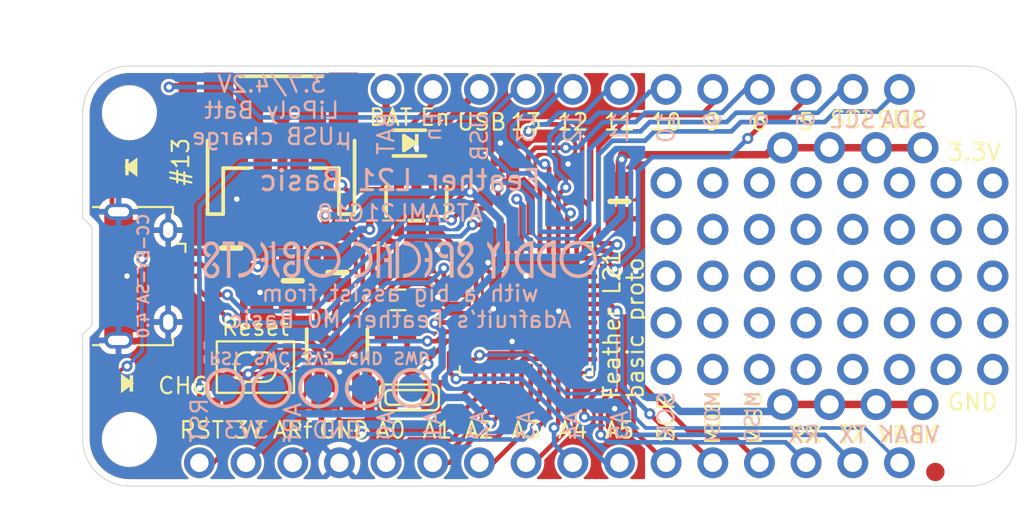
<source format=kicad_pcb>
(kicad_pcb (version 20211014) (generator pcbnew)
  (layers (0 "F.Cu" signal) (31 "B.Cu" signal) (34 "B.Paste" user) (35 "F.Paste" user) (36 "B.SilkS" user "B.Silkscreen") (37 "F.SilkS" user "F.Silkscreen") (38 "B.Mask" user) (39 "F.Mask" user) (44 "Edge.Cuts" user))
  (net 0 "")
  (net 1 "GND")
  (net 2 "+3V3")
  (net 3 "VBUS")
  (net 4 "VBAT")
  (net 5 "/TX")
  (net 6 "/RX")
  (net 7 "/MISO")
  (net 8 "/MOSI")
  (net 9 "/SCK")
  (net 10 "/A5")
  (net 11 "/A4")
  (net 12 "/A3")
  (net 13 "/A2")
  (net 14 "/A1")
  (net 15 "/A0")
  (net 16 "/AREF")
  (net 17 "/~{RESET}")
  (net 18 "/EN")
  (net 19 "/D13")
  (net 20 "/D12")
  (net 21 "/D11")
  (net 22 "/D10")
  (net 23 "/D9")
  (net 24 "/D6")
  (net 25 "/D5")
  (net 26 "/SCL")
  (net 27 "/SDA")
  (net 28 "/XIN32")
  (net 29 "/XOUT32")
  (net 30 "/SWCLK")
  (net 31 "/SWDIO")
  (net 32 "/STAT")
  (net 33 "/PROG")
  (net 37 "/D-")
  (net 38 "/D+")
  (net 85 "/VDDCORE")
  (net 86 "/VSW")
  (net 88 "/XTRA")
  (net 90 "/CHG")
  (net 91 "/LED")
  (footprint "Adafruit Feather M0 Basic rev C:0603-NO" (layer "F.Cu") (at 129.921 84.836 90)
    (fp_text reference "R1" hide)
    (fp_text value "100k")
  )
  (footprint "Adafruit Feather M0 Basic rev C:KMR2" (layer "F.Cu") (at 123.698 94.488 180)
    (fp_text reference "SW1" hide)
    (fp_text value "SPST_TACT-KMR2" hide)
  )
  (footprint "MountingHole:MountingHole_2.7mm_M2.5" (layer "F.Cu") (at 162.56 80.645)
    (fp_text reference "REF**" hide)
    (fp_text value "MountingHole_2.7mm_M2.5" hide)
  )
  (footprint "Package_DFN_QFN:QFN-48-1EP_7x7mm_P0.5mm_EP5.15x5.15mm" (layer "F.Cu") (at 138.43 91.313 90)
    (fp_text reference "U1" hide)
    (fp_text value "ATSAML21G18B-MUT" hide)
  )
  (footprint "Adafruit Feather M0 Basic rev C:0603-NO" (layer "F.Cu") (at 130.683 93.472 90)
    (fp_text reference "C4" hide)
    (fp_text value "22pF")
  )
  (footprint "Connector_PinHeader_2.54mm:PinHeader_1x04_P2.54mm_Vertical" (layer "F.Cu") (at 160.02 96.52 -90)
    (fp_text reference "J2" hide)
    (fp_text value "Conn_01x04" hide)
  )
  (footprint "Adafruit Feather M0 Basic rev C:0603-NO" (layer "F.Cu") (at 120.015 80.01 -90)
    (fp_text reference "R7" hide)
    (fp_text value "2.2K")
  )
  (footprint "Adafruit Feather M0 Basic rev C:0603-NO" (layer "F.Cu") (at 131.953 93.472 90)
    (fp_text reference "C2" hide)
    (fp_text value "22pF")
  )
  (footprint "Connector_USB:USB_Micro-B_Amphenol_10118194_Horizontal" (layer "F.Cu") (at 117.5504 89.535 -90)
    (fp_text reference "J8" hide)
    (fp_text value "USB_B_Micro")
  )
  (footprint "Adafruit Feather M0 Basic rev C:SOT23-5" (layer "F.Cu") (at 128.143 93.218 180)
    (fp_text reference "U3" hide)
    (fp_text value "MCP73831T-2ACI/OT")
  )
  (footprint "Adafruit Feather M0 Basic rev C:CHIPLED_0805_NOOUTLINE" (layer "F.Cu") (at 116.945 83.606 90)
    (fp_text reference "L0" hide)
    (fp_text value "RED")
  )
  (footprint "MountingHole:MountingHole_2.7mm_M2.5" (layer "F.Cu") (at 116.84 80.645)
    (fp_text reference "REF**" hide)
    (fp_text value "MountingHole_2.7mm_M2.5" hide)
  )
  (footprint "Adafruit Feather M0 Basic rev C:0603-NO" (layer "F.Cu") (at 120.396 96.647)
    (fp_text reference "R2" hide)
    (fp_text value "1K")
  )
  (footprint "Adafruit Feather M0 Basic rev C:1X12_ROUND" (layer "F.Cu") (at 144.78 79.375)
    (fp_text reference "JP3" hide)
    (fp_text value "HEADER-1X12")
  )
  (footprint "Fiducial:Fiducial_1mm_Mask2mm" (layer "F.Cu") (at 160.7022 100.196)
    (fp_text reference "REF**" hide)
    (fp_text value "Fiducial_1mm_Mask2mm" hide)
  )
  (footprint "Connector_PinHeader_2.54mm:PinHeader_1x08_P2.54mm_Vertical" (layer "F.Cu") (at 163.83 86.995 -90)
    (fp_text reference "J4" hide)
    (fp_text value "Conn_01x08" hide)
  )
  (footprint "Adafruit Feather M0 Basic rev C:0603-NO" (layer "F.Cu") (at 131.3688 88.4428)
    (fp_text reference "C1" hide)
    (fp_text value "1uF")
  )
  (footprint "Adafruit Feather M0 Basic rev C:CHIPLED_0805_NOOUTLINE" (layer "F.Cu") (at 116.713 95.377 -90)
    (fp_text reference "CHG0" hide)
    (fp_text value "ORANGE")
  )
  (footprint "Adafruit Feather M0 Basic rev C:0805-NO" (layer "F.Cu") (at 143.51 85.471 -90)
    (fp_text reference "C5" hide)
    (fp_text value "10uF")
  )
  (footprint "Connector_PinHeader_2.54mm:PinHeader_1x04_P2.54mm_Vertical" (layer "F.Cu") (at 160.02 82.55 -90)
    (fp_text reference "J1" hide)
    (fp_text value "Conn_01x04" hide)
  )
  (footprint "Adafruit Feather M0 Basic rev C:0805-NO" (layer "F.Cu") (at 125.73 89.789 -90)
    (fp_text reference "C3" hide)
    (fp_text value "10µF")
  )
  (footprint "Adafruit Feather M0 Basic rev C:0603-NO" (layer "F.Cu") (at 136.652 83.4136)
    (fp_text reference "C7" hide)
    (fp_text value "1uF")
  )
  (footprint "MountingHole:MountingHole_2.7mm_M2.5" (layer "F.Cu") (at 116.84 98.425)
    (fp_text reference "REF**" hide)
    (fp_text value "MountingHole_2.7mm_M2.5" hide)
  )
  (footprint "Fiducial:Fiducial_1mm_Mask2mm" (layer "F.Cu") (at 125.095 80.899)
    (fp_text reference "REF**" hide)
    (fp_text value "Fiducial_1mm_Mask2mm" hide)
  )
  (footprint "Connector_PinHeader_2.54mm:PinHeader_1x08_P2.54mm_Vertical" (layer "F.Cu") (at 163.83 84.455 -90)
    (fp_text reference "J3" hide)
    (fp_text value "Conn_01x08" hide)
  )
  (footprint "Adafruit Feather M0 Basic rev C:XTAL3215" (layer "F.Cu") (at 132.08 96.139)
    (fp_text reference "X2" hide)
    (fp_text value "32.768")
  )
  (footprint "Adafruit Feather M0 Basic rev C:JSTPH2" (layer "F.Cu") (at 125.095 81.661)
    (fp_text reference "X1" hide)
    (fp_text value "JSTPH")
  )
  (footprint "Adafruit Feather M0 Basic rev C:SOT23-5" (layer "F.Cu") (at 132.461 85.471 180)
    (fp_text reference "U2" hide)
    (fp_text value "XC6220B331MR-G")
  )
  (footprint "Adafruit Feather M0 Basic rev C:1X16_ROUND" (layer "F.Cu") (at 139.7 99.695 180)
    (fp_text reference "JP1" hide)
    (fp_text value "HEADER-1X16ROUND")
  )
  (footprint "Adafruit Feather M0 Basic rev C:0603-NO" (layer "F.Cu") (at 128.143 96.647 180)
    (fp_text reference "R8" hide)
    (fp_text value "10K")
  )
  (footprint "MountingHole:MountingHole_2.7mm_M2.5" (layer "F.Cu") (at 162.56 98.425)
    (fp_text reference "REF**" hide)
    (fp_text value "MountingHole_2.7mm_M2.5" hide)
  )
  (footprint "Adafruit Feather M0 Basic rev C:0805-NO" (layer "F.Cu") (at 128.158 89.341 -90)
    (fp_text reference "C8" hide)
    (fp_text value "10µF")
  )
  (footprint "Connector_PinHeader_2.54mm:PinHeader_1x08_P2.54mm_Vertical" (layer "F.Cu") (at 163.83 92.075 -90)
    (fp_text reference "J6" hide)
    (fp_text value "Conn_01x08" hide)
  )
  (footprint "Adafruit Feather M0 Basic rev C:SOD-123" (layer "F.Cu") (at 132.08 82.296 180)
    (fp_text reference "D1" hide)
    (fp_text value "MBR120")
  )
  (footprint "Inductor_SMD:L_0805_2012Metric" (layer "F.Cu") (at 131.4704 90.8304 180)
    (fp_text reference "L1" hide)
    (fp_text value "10µH")
  )
  (footprint "Adafruit Feather M0 Basic rev C:0805-NO" (layer "F.Cu") (at 122.388 88.006 90)
    (fp_text reference "C6" hide)
    (fp_text value "10µF")
  )
  (footprint "Connector_PinHeader_2.54mm:PinHeader_1x08_P2.54mm_Vertical" (layer "F.Cu") (at 163.83 94.615 -90)
    (fp_text reference "J7" hide)
    (fp_text value "Conn_01x08" hide)
  )
  (footprint "Connector_PinHeader_2.54mm:PinHeader_1x08_P2.54mm_Vertical" (layer "F.Cu") (at 163.83 89.535 -90)
    (fp_text reference "J5" hide)
    (fp_text value "Conn_01x08" hide)
  )
  (footprint "Oddly_Specific_Artwork:oso-logotype-2mm" (layer "B.Cu") (at 131.572 88.646 180)
    (fp_text reference "G***" hide)
    (fp_text value "LOGO" hide)
  )
  (footprint "Adafruit Feather M0 Basic rev C:TESTPOINT_ROUND_1.5MM" (layer "B.Cu") (at 127.127 95.631 180)
    (fp_text reference "TP4" hide)
    (fp_text value "TESTPOINTROUND1.5MM" hide)
  )
  (footprint "Adafruit Feather M0 Basic rev C:TESTPOINT_ROUND_1.5MM" (layer "B.Cu") (at 122.047 95.631 180)
    (fp_text reference "TP3" hide)
    (fp_text value "TESTPOINTROUND1.5MM" hide)
  )
  (footprint "Adafruit Feather M0 Basic rev C:TESTPOINT_ROUND_1.5MM" (layer "B.Cu") (at 129.667 95.631 180)
    (fp_text reference "TP5" hide)
    (fp_text value "TESTPOINTROUND1.5MM" hide)
  )
  (footprint "Adafruit Feather M0 Basic rev C:TESTPOINT_ROUND_1.5MM" (layer "B.Cu") (at 132.207 95.631 180)
    (fp_text reference "TP2" hide)
    (fp_text value "TESTPOINTROUND1.5MM" hide)
  )
  (footprint "Adafruit Feather M0 Basic rev C:TESTPOINT_ROUND_1.5MM" (layer "B.Cu") (at 124.587 95.631 180)
    (fp_text reference "TP1" hide)
    (fp_text value "TESTPOINTROUND1.5MM" hide)
  )
  (gr_line (start 116.84 100.965) (end 162.56 100.965) (layer "Edge.Cuts") (width 0.05))
  (gr_arc (start 162.56 78.105) (mid 164.356051 78.848949) (end 165.1 80.645) (layer "Edge.Cuts") (width 0.05))
  (gr_line (start 114.3 92.71) (end 114.3 98.425) (layer "Edge.Cuts") (width 0.05))
  (gr_arc (start 165.1 98.425) (mid 164.356051 100.221051) (end 162.56 100.965) (layer "Edge.Cuts") (width 0.05))
  (gr_line (start 114.808 86.868) (end 114.808 92.202) (layer "Edge.Cuts") (width 0.05))
  (gr_arc (start 114.3 80.645) (mid 115.043949 78.848949) (end 116.84 78.105) (layer "Edge.Cuts") (width 0.05))
  (gr_line (start 165.1 98.425) (end 165.1 80.645) (layer "Edge.Cuts") (width 0.05))
  (gr_arc (start 116.84 100.965) (mid 115.043949 100.221051) (end 114.3 98.425) (layer "Edge.Cuts") (width 0.05))
  (gr_line (start 114.808 92.202) (end 114.3 92.71) (layer "Edge.Cuts") (width 0.05))
  (gr_line (start 162.56 78.105) (end 116.84 78.105) (layer "Edge.Cuts") (width 0.05))
  (gr_line (start 114.3 80.645) (end 114.3 86.36) (layer "Edge.Cuts") (width 0.05))
  (gr_line (start 114.3 86.36) (end 114.808 86.868) (layer "Edge.Cuts") (width 0.05))
  (gr_text "10" (at 146.05 80.518 -270) (layer "B.SilkS") (effects (font (size 0.89408 0.89408) (thickness 0.12192)) (justify left mirror)))
  (gr_text "TX" (at 156.21 98.171) (layer "B.SilkS") (effects (font (size 0.89408 0.89408) (thickness 0.12192)) (justify mirror)))
  (gr_text "Feather L21 Basic" (at 131.572 84.328) (layer "B.SilkS") (effects (font (size 1.1049 1.1049) (thickness 0.1651)) (justify mirror)))
  (gr_text "13" (at 138.43 80.518 -270) (layer "B.SilkS") (effects (font (size 0.89408 0.89408) (thickness 0.12192)) (justify left mirror)))
  (gr_text "USB" (at 135.89 80.518 -270) (layer "B.SilkS") (effects (font (size 0.89408 0.89408) (thickness 0.12192)) (justify left mirror)))
  (gr_text "En" (at 133.35 80.518 -270) (layer "B.SilkS") (effects (font (size 0.89408 0.89408) (thickness 0.12192)) (justify left mirror)))
  (gr_text "GND" (at 128.143 97.917) (layer "B.SilkS") (effects (font (size 0.89408 0.89408) (thickness 0.12192)) (justify mirror)))
  (gr_text "SCK" (at 146.05 98.552 -270) (layer "B.SilkS") (effects (font (size 0.89408 0.89408) (thickness 0.12192)) (justify right mirror)))
  (gr_text "SDA" (at 159.004 81.026) (layer "B.SilkS") (effects (font (size 0.89408 0.89408) (thickness 0.12192)) (justify mirror)))
  (gr_text "RX" (at 153.543 98.171) (layer "B.SilkS") (effects (font (size 0.89408 0.89408) (thickness 0.12192)) (justify mirror)))
  (gr_text "SCL" (at 156.21 81.026) (layer "B.SilkS") (effects (font (size 0.89408 0.89408) (thickness 0.12192)) (justify mirror)))
  (gr_text "RST" (at 120.65 98.679 -270) (layer "B.SilkS") (effects (font (size 0.89408 0.89408) (thickness 0.12192)) (justify right mirror)))
  (gr_text "MOSI" (at 148.59 98.679 -270) (layer "B.SilkS") (effects (font (size 0.78232 0.78232) (thickness 0.10668)) (justify right mirror)))
  (gr_text "3.7/4.2V\nLiPoly Batt\nµUSB charge" (at 124.587 80.518) (layer "B.SilkS") (effects (font (size 0.88392 0.88392) (thickness 0.13208)) (justify mirror)))
  (gr_text "A2" (at 135.89 98.552 -270) (layer "B.SilkS") (effects (font (size 0.89408 0.89408) (thickness 0.12192)) (justify right mirror)))
  (gr_text "5" (at 153.67 80.518 -270) (layer "B.SilkS") (effects (font (size 0.89408 0.89408) (thickness 0.12192)) (justify left mirror)))
  (gr_text "A4" (at 140.97 98.552 -270) (layer "B.SilkS") (effects (font (size 0.89408 0.89408) (thickness 0.12192)) (justify right mirror)))
  (gr_text "A5" (at 143.51 98.552 -270) (layer "B.SilkS") (effects (font (size 0.89408 0.89408) (thickness 0.12192)) (justify right mirror)))
  (gr_text "ARf" (at 125.73 98.679 -270) (layer "B.SilkS") (effects (font (size 0.89408 0.89408) (thickness 0.12192)) (justify right mirror)))
  (gr_text "BAT" (at 130.81 80.518 -270) (layer "B.SilkS") (effects (font (size 0.89408 0.89408) (thickness 0.12192)) (justify left mirror)))
  (gr_text "A0" (at 130.81 98.552 -270) (layer "B.SilkS") (effects (font (size 0.89408 0.89408) (thickness 0.12192)) (justify right mirror)))
  (gr_text "SWD" (at 132.207 93.98 180) (layer "B.SilkS") (effects (font (size 0.635 0.635) (thickness 0.12192)) (justify mirror)))
  (gr_text "3V3" (at 123.19 97.917) (layer "B.SilkS") (effects (font (size 0.89408 0.89408) (thickness 0.12192)) (justify mirror)))
  (gr_text "VBAK" (at 159.258 98.171) (layer "B.SilkS") (effects (font (size 0.89408 0.89408) (thickness 0.12192)) (justify mirror)))
  (gr_text "ATSAML21G18" (at 131.572 86.106) (layer "B.SilkS") (effects (font (size 0.88392 0.88392) (thickness 0.13208)) (justify mirror)))
  (gr_text "SWC" (at 124.587 93.98 180) (layer "B.SilkS") (effects (font (size 0.635 0.635) (thickness 0.12192)) (justify mirror)))
  (gr_text "MISO" (at 150.749 98.679 -270) (layer "B.SilkS") (effects (font (size 0.78232 0.78232) (thickness 0.10668)) (justify right mirror)))
  (gr_text "A1" (at 133.35 98.552 -270) (layer "B.SilkS") (effects (font (size 0.89408 0.89408) (thickness 0.12192)) (justify right mirror)))
  (gr_text "3V3" (at 127.127 93.98 180) (layer "B.SilkS") (effects (font (size 0.635 0.635) (thickness 0.12192)) (justify mirror)))
  (gr_text "CC-BY-SA 4.0" (at 117.602 89.535 90) (layer "B.SilkS") (effects (font (size 0.6 0.6) (thickness 0.125)) (justify mirror)))
  (gr_text "RST" (at 122.047 93.98 180) (layer "B.SilkS") (effects (font (size 0.635 0.635) (thickness 0.12192)) (justify mirror)))
  (gr_text "A3" (at 138.43 98.552 -270) (layer "B.SilkS") (effects (font (size 0.89408 0.89408) (thickness 0.12192)) (justify right mirror)))
  (gr_text "11" (at 143.51 80.518 -270) (layer "B.SilkS") (effects (font (size 0.89408 0.89408) (thickness 0.12192)) (justify left mirror)))
  (gr_text "6" (at 151.13 80.518 -270) (layer "B.SilkS") (effects (font (size 0.89408 0.89408) (thickness 0.12192)) (justify left mirror)))
  (gr_text "GND" (at 129.667 93.98 180) (layer "B.SilkS") (effects (font (size 0.635 0.635) (thickness 0.12192)) (justify mirror)))
  (gr_text "12" (at 140.97 80.518 -270) (layer "B.SilkS") (effects (font (size 0.89408 0.89408) (thickness 0.12192)) (justify left mirror)))
  (gr_text "9" (at 148.59 80.518 -270) (layer "B.SilkS") (effects (font (size 0.89408 0.89408) (thickness 0.12192)) (justify left mirror)))
  (gr_text "with a big assist from\nAdafruit's Feather M0 Basic" (at 131.572 91.186) (layer "B.SilkS") (effects (font (size 0.88392 0.88392) (thickness 0.13208)) (justify mirror)))
  (gr_text "USB" (at 136.017 81.153) (layer "F.SilkS") (effects (font (size 0.89408 0.89408) (thickness 0.12192))))
  (gr_text "TX" (at 156.21 98.171) (layer "F.SilkS") (effects (font (size 0.89408 0.89408) (thickness 0.12192))))
  (gr_text "SDA" (at 158.75 81.026) (layer "F.SilkS") (effects (font (size 0.89408 0.89408) (thickness 0.12192))))
  (gr_text "10" (at 146.05 81.153) (layer "F.SilkS") (effects (font (size 0.89408 0.89408) (thickness 0.12192))))
  (gr_text "#13" (at 119.634 83.312 90) (layer "F.SilkS") (effects (font (size 0.89408 0.89408) (thickness 0.12192))))
  (gr_text "5" (at 153.67 81.153) (layer "F.SilkS") (effects (font (size 0.89408 0.89408) (thickness 0.12192))))
  (gr_text "12" (at 140.97 81.153) (layer "F.SilkS") (effects (font (size 0.89408 0.89408) (thickness 0.12192))))
  (gr_text "A2" (at 135.89 97.917) (layer "F.SilkS") (effects (font (size 0.89408 0.89408) (thickness 0.12192))))
  (gr_text "A3" (at 138.43 97.917) (layer "F.SilkS") (effects (font (size 0.89408 0.89408) (thickness 0.12192))))
  (gr_text "RST" (at 120.777 97.917) (layer "F.SilkS") (effects (font (size 0.89408 0.89408) (thickness 0.12192))))
  (gr_text "A4" (at 140.97 97.917) (layer "F.SilkS") (effects (font (size 0.89408 0.89408) (thickness 0.12192))))
  (gr_text "MOSI" (at 148.59 97.282 90) (layer "F.SilkS") (effects (font (size 0.78232 0.78232) (thickness 0.10668))))
  (gr_text "Reset" (at 123.698 92.329) (layer "F.SilkS") (effects (font (size 0.89408 0.89408) (thickness 0.12192))))
  (gr_text "Feather L21" (at 143.1 96.3 90) (layer "F.SilkS") (effects (font (size 0.89408 0.89408) (thickness 0.12192)) (justify left)))
  (gr_text "3V" (at 123.317 97.917) (layer "F.SilkS") (effects (font (size 0.89408 0.89408) (thickness 0.12192))))
  (gr_text "SCK" (at 146.05 97.282 90) (layer "F.SilkS") (effects (font (size 0.89408 0.89408) (thickness 0.12192))))
  (gr_text "basic proto" (at 144.37 96.3 90) (layer "F.SilkS") (effects (font (size 0.89408 0.89408) (thickness 0.12192)) (justify left)))
  (gr_text "GND" (at 161.29 96.393) (layer "F.SilkS") (effects (font (size 0.89408 0.89408) (thickness 0.12192)) (justify left)))
  (gr_text "MISO" (at 150.876 97.282 90) (layer "F.SilkS") (effects (font (size 0.78232 0.78232) (thickness 0.10668))))
  (gr_text "RX" (at 153.67 98.171) (layer "F.SilkS") (effects (font (size 0.89408 0.89408) (thickness 0.12192))))
  (gr_text "En" (at 133.477 80.899) (layer "F.SilkS") (effects (font (size 0.89408 0.89408) (thickness 0.12192))))
  (gr_text "A0" (at 131.064 97.917) (layer "F.SilkS") (effects (font (size 0.89408 0.89408) (thickness 0.12192))))
  (gr_text "SCL" (at 156.21 81.026) (layer "F.SilkS") (effects (font (size 0.89408 0.89408) (thickness 0.12192))))
  (gr_text "6" (at 151.13 81.153) (layer "F.SilkS") (effects (font (size 0.89408 0.89408) (thickness 0.12192))))
  (gr_text "13" (at 138.43 81.153) (layer "F.SilkS") (effects (font (size 0.89408 0.89408) (thickness 0.12192))))
  (gr_text "A1" (at 133.604 97.917) (layer "F.SilkS") (effects (font (size 0.89408 0.89408) (thickness 0.12192))))
  (gr_text "A5" (at 143.51 97.917) (layer "F.SilkS") (effects (font (size 0.89408 0.89408) (thickness 0.12192))))
  (gr_text "9" (at 148.59 81.153) (layer "F.SilkS") (effects (font (size 0.89408 0.89408) (thickness 0.12192))))
  (gr_text "GND" (at 128.524 97.917) (layer "F.SilkS") (effects (font (size 0.89408 0.89408) (thickness 0.12192))))
  (gr_text "CHG" (at 119.761 95.504) (layer "F.SilkS") (effects (font (size 0.89408 0.89408) (thickness 0.12192))))
  (gr_text "3.3V" (at 161.29 82.804) (layer "F.SilkS") (effects (font (size 0.89408 0.89408) (thickness 0.12192)) (justify left)))
  (gr_text "BAT" (at 131.064 80.899) (layer "F.SilkS") (effects (font (size 0.89408 0.89408) (thickness 0.12192))))
  (gr_text "ARf" (at 125.73 97.917) (layer "F.SilkS") (effects (font (size 0.89408 0.89408) (thickness 0.12192))))
  (gr_text "VBAK" (at 159.258 98.171) (layer "F.SilkS") (effects (font (size 0.89408 0.89408) (thickness 0.12192))))
  (gr_text "11" (at 143.51 81.153) (layer "F.SilkS") (effects (font (size 0.89408 0.89408) (thickness 0.12192))))
  (segment (start 119.9388 90.9066) (end 119.8672 90.835) (width 0.254) (layer "F.Cu") (net 1))
  (segment (start 152.4 96.52) (end 154.94 96.52) (width 0.4064) (layer "F.Cu") (net 1))
  (segment (start 131.953 92.622) (end 130.683 92.622) (width 0.254) (layer "F.Cu") (net 1))
  (segment (start 115.895 85.935) (end 116.845 85.935) (width 0.254) (layer "F.Cu") (net 1))
  (segment (start 116.845 93.135) (end 119.336 93.135) (width 0.254) (layer "F.Cu") (net 1))
  (segment (start 136.359975 88.802367) (end 136.18 88.622392) (width 0.254) (layer "F.Cu") (net 1))
  (segment (start 141.905 91.563) (end 138.68 91.563) (width 0.254) (layer "F.Cu") (net 1))
  (segment (start 128.27 90.291) (end 128.158 90.291) (width 0.254) (layer "F.Cu") (net 1))
  (segment (start 143.6116 96.384533) (end 143.246765 96.749368) (width 0.254) (layer "F.Cu") (net 1))
  (segment (start 137.68 94.788) (end 137.68 92.063) (width 0.254) (layer "F.Cu") (net 1))
  (segment (start 141.8675 91.563) (end 142.4646 91.563) (width 0.254) (layer "F.Cu") (net 1))
  (segment (start 134.091679 91.063) (end 133.711031 90.682352) (width 0.25) (layer "F.Cu") (net 1))
  (segment (start 119.336 93.135) (end 119.9388 92.5322) (width 0.254) (layer "F.Cu") (net 1))
  (segment (start 136.18 88.622392) (end 136.18 88.5125) (width 0.254) (layer "F.Cu") (net 1))
  (segment (start 137.668 92.075) (end 137.668 93.091) (width 0.254) (layer "F.Cu") (net 1))
  (segment (start 154.94 96.52) (end 157.48 96.52) (width 0.4064) (layer "F.Cu") (net 1))
  (segment (start 119.9388 92.5322) (end 119.9388 91.9734) (width 0.254) (layer "F.Cu") (net 1))
  (segment (start 137.68 92.063) (end 138.43 91.313) (width 0.254) (layer "F.Cu") (net 1))
  (segment (start 134.9925 91.063) (end 134.091679 91.063) (width 0.25) (layer "F.Cu") (net 1))
  (segment (start 125.698 93.688) (end 125.819 93.688) (width 0.254) (layer "F.Cu") (net 1))
  (segment (start 132.461 84.1709) (end 132.461 82.931) (width 0.254) (layer "F.Cu") (net 1))
  (segment (start 157.48 96.52) (end 160.02 96.52) (width 0.4064) (layer "F.Cu") (net 1))
  (segment (start 143.6116 92.71) (end 143.6116 96.384533) (width 0.254) (layer "F.Cu") (net 1))
  (segment (start 117.295 90.835) (end 116.745 90.285) (width 0.254) (layer "F.Cu") (net 1))
  (segment (start 119.52 90.835) (end 117.295 90.835) (width 0.254) (layer "F.Cu") (net 1))
  (segment (start 136.18 88.5125) (end 136.18 89.063) (width 0.254) (layer "F.Cu") (net 1))
  (segment (start 138.68 91.563) (end 138.43 91.313) (width 0.254) (layer "F.Cu") (net 1))
  (segment (start 136.18 87.838) (end 136.18 88.5125) (width 0.254) (layer "F.Cu") (net 1))
  (segment (start 115.895 83.606) (end 115.895 85.935) (width 0.254) (layer "F.Cu") (net 1))
  (segment (start 119.8672 90.835) (end 118.9504 90.835) (width 0.254) (layer "F.Cu") (net 1))
  (segment (start 142.4646 91.563) (end 143.6116 92.71) (width 0.254) (layer "F.Cu") (net 1))
  (segment (start 121.698 93.688) (end 125.698 93.688) (width 0.254) (layer "F.Cu") (net 1))
  (segment (start 137.68 92.063) (end 137.668 92.075) (width 0.254) (layer "F.Cu") (net 1))
  (segment (start 133.711031 90.682352) (end 133.625048 90.682352) (width 0.35) (layer "F.Cu") (net 1))
  (segment (start 136.18 89.063) (end 138.43 91.313) (width 0.254) (layer "F.Cu") (net 1))
  (segment (start 119.9388 91.9734) (end 119.9388 90.9066) (width 0.254) (layer "F.Cu") (net 1))
  (via (at 133.625048 90.682352) (size 0.6) (drill 0.3) (layers "F.Cu" "B.Cu") (net 1))
  (via (at 122.682 85.344) (size 0.6) (drill 0.3) (layers "F.Cu" "B.Cu") (net 1))
  (via (at 136.652 91.313) (size 0.6) (drill 0.3) (layers "F.Cu" "B.Cu") (net 1))
  (via (at 132.461 82.55) (size 0.6) (drill 0.3) (layers "F.Cu" "B.Cu") (net 1))
  (via (at 128.27 94.742) (size 0.6) (drill 0.3) (layers "F.Cu" "B.Cu") (net 1))
  (via (at 137.033 82.296) (size 0.6) (drill 0.3) (layers "F.Cu" "B.Cu") (net 1))
  (via (at 140.208 91.44) (size 0.6) (drill 0.3) (layers "F.Cu" "B.Cu") (net 1))
  (via (at 136.359975 88.802367) (size 0.6) (drill 0.3) (layers "F.Cu" "B.Cu") (net 1))
  (via (at 116.713 89.535) (size 0.6) (drill 0.3) (layers "F.Cu" "B.Cu") (net 1))
  (via (at 140.716 83.439) (size 0.6) (drill 0.3) (layers "F.Cu" "B.Cu") (net 1))
  (via (at 123.571 93.726) (size 0.6) (drill 0.3) (layers "F.Cu" "B.Cu") (net 1))
  (via (at 143.246754 96.749362) (size 0.6) (drill 0.3) (layers "F.Cu" "B.Cu") (net 1))
  (via (at 123.317 82.042) (size 0.6) (drill 0.3) (layers "F.Cu" "B.Cu") (net 1))
  (via (at 144.399 89.281) (size 0.6) (drill 0.3) (layers "F.Cu" "B.Cu") (net 1))
  (via (at 123.952 90.424) (size 0.6) (drill 0.3) (layers "F.Cu" "B.Cu") (net 1))
  (via (at 138.43 89.535) (size 0.6) (drill 0.3) (layers "F.Cu" "B.Cu") (net 1))
  (via (at 137.668 93.091) (size 0.6) (drill 0.3) (layers "F.Cu" "B.Cu") (net 1))
  (via (at 133.611474 88.1057) (size 0.6) (drill 0.3) (layers "F.Cu" "B.Cu") (net 1))
  (segment (start 152.4 96.52) (end 152.019 96.901) (width 0.4064) (layer "B.Cu") (net 1))
  (segment (start 133.611474 88.1057) (end 135.663308 88.1057) (width 0.35) (layer "B.Cu") (net 1))
  (segment (start 145.034 96.139) (end 144.399 95.504) (width 0.4064) (layer "B.Cu") (net 1))
  (segment (start 146.812 96.901) (end 146.05 96.139) (width 0.4064) (layer "B.Cu") (net 1))
  (segment (start 144.399 95.504) (end 144.399 89.281) (width 0.4064) (layer "B.Cu") (net 1))
  (segment (start 135.663308 88.1057) (end 136.359975 88.802367) (width 0.35) (layer "B.Cu") (net 1))
  (segment (start 146.05 96.139) (end 145.034 96.139) (width 0.4064) (layer "B.Cu") (net 1))
  (segment (start 152.019 96.901) (end 146.812 96.901) (width 0.4064) (layer "B.Cu") (net 1))
  (segment (start 135.382 84.963) (end 135.382 83.8336) (width 0.254) (layer "F.Cu") (net 2))
  (segment (start 127.508 86.233) (end 127.508 87.741) (width 0.4064) (layer "F.Cu") (net 2))
  (segment (start 133.510005 92.063) (end 134.9925 92.063) (width 0.25) (layer "F.Cu") (net 2))
  (segment (start 136.525 97.536) (end 138.18 95.881) (width 0.254) (layer "F.Cu") (net 2))
  (segment (start 135.128 84.963) (end 135.382 84.963) (width 0.254) (layer "F.Cu") (net 2))
  (segment (start 133.411 86.7711) (end 133.411 86.299) (width 0.254) (layer "F.Cu") (net 2))
  (segment (start 152.4 82.55) (end 152.146 82.804) (width 0.4064) (layer "F.Cu") (net 2))
  (segment (start 141.1478 94.0308) (end 141.1478 92.063) (width 0.254) (layer "F.Cu") (net 2))
  (segment (start 134.4779 87.838) (end 133.411 86.7711) (width 0.254) (layer "F.Cu") (net 2))
  (segment (start 134.493 85.598) (end 135.128 84.963) (width 0.254) (layer "F.Cu") (net 2))
  (segment (start 135.382 83.8336) (end 135.802 83.4136) (width 0.254) (layer "F.Cu") (net 2))
  (segment (start 138.18 94.1538) (end 138.303 94.0308) (width 0.254) (layer "F.Cu") (net 2))
  (segment (start 151.511 82.931) (end 151.892 82.55) (width 0.4064) (layer "F.Cu") (net 2))
  (segment (start 138.18 95.881) (end 138.18 94.1538) (width 0.254) (layer "F.Cu") (net 2))
  (segment (start 143.637 83.185) (end 143.51 83.312) (width 0.4064) (layer "F.Cu") (net 2))
  (segment (start 134.112 85.598) (end 134.493 85.598) (width 0.254) (layer "F.Cu") (net 2))
  (segment (start 143.51 83.312) (end 143.51 84.521) (width 0.4064) (layer "F.Cu") (net 2))
  (segment (start 133.468413 92.104592) (end 133.510005 92.063) (width 0.25) (layer "F.Cu") (net 2))
  (segment (start 135.70452 92.00648) (end 135.648 92.063) (width 0.25) (layer "F.Cu") (net 2))
  (segment (start 138.303 94.0308) (end 141.1478 94.0308) (width 0.254) (layer "F.Cu") (net 2))
  (segment (start 152.4 82.55) (end 154.94 82.55) (width 0.4064) (layer "F.Cu") (net 2))
  (segment (start 135.648 92.063) (end 134.9925 92.063) (width 0.25) (layer "F.Cu") (net 2))
  (segment (start 143.637 83.185) (end 143.637 82.931) (width 0.4064) (layer "F.Cu") (net 2))
  (segment (start 151.892 82.55) (end 152.4 82.55) (width 0.4064) (layer "F.Cu") (net 2))
  (segment (start 135.68 87.838) (end 134.4779 87.838) (width 0.254) (layer "F.Cu") (net 2))
  (segment (start 157.48 82.55) (end 160.02 82.55) (width 0.4064) (layer "F.Cu") (net 2))
  (segment (start 133.411 86.299) (end 134.112 85.598) (width 0.254) (layer "F.Cu") (net 2))
  (segment (start 135.68 87.8755) (end 135.70452 87.90002) (width 0.25) (layer "F.Cu") (net 2))
  (segment (start 154.94 82.55) (end 157.48 82.55) (width 0.4064) (layer "F.Cu") (net 2))
  (segment (start 143.637 82.931) (end 151.511 82.931) (width 0.4064) (layer "F.Cu") (net 2))
  (segment (start 141.1478 92.063) (end 141.905 92.063) (width 0.254) (layer "F.Cu") (net 2))
  (segment (start 127.508 87.741) (end 128.158 88.391) (width 0.4064) (layer "F.Cu") (net 2))
  (segment (start 135.70452 87.90002) (end 135.70452 92.00648) (width 0.25) (layer "F.Cu") (net 2))
  (via (at 127.508 86.233) (size 0.6) (drill 0.3) (layers "F.Cu" "B.Cu") (net 2))
  (via (at 133.468413 92.104592) (size 0.6) (drill 0.3) (layers "F.Cu" "B.Cu") (net 2))
  (via (at 136.525 97.536) (size 0.6) (drill 0.3) (layers "F.Cu" "B.Cu") (net 2))
  (via (at 135.382 84.963) (size 0.6) (drill 0.3) (layers "F.Cu" "B.Cu") (net 2))
  (via (at 143.637 83.185) (size 0.6) (drill 0.3) (layers "F.Cu" "B.Cu") (net 2))
  (segment (start 128.651 86.233) (end 127.508 86.233) (width 0.4064) (layer "B.Cu") (net 2))
  (segment (start 133.096 97.028) (end 127 97.028) (width 0.4064) (layer "B.Cu") (net 2))
  (segment (start 133.985 96.139) (end 133.477 95.631) (width 0.4064) (layer "B.Cu") (net 2))
  (segment (start 136.525 97.536) (end 135.128 96.139) (width 0.4064) (layer "B.Cu") (net 2))
  (segment (start 143.637 83.185) (end 143.637 86.233) (width 0.4064) (layer "B.Cu") (net 2))
  (segment (start 133.861613 92.497792) (end 133.468413 92.104592) (width 0.4064) (layer "B.Cu") (net 2))
  (segment (start 134.314425 91.25858) (end 133.468413 92.104592) (width 0.4064) (layer "B.Cu") (net 2))
  (segment (start 137.012686 88.437714) (end 137.012686 89.072714) (width 0.4064) (layer "B.Cu") (net 2))
  (segment (start 143.637 86.233) (end 141.351 88.519) (width 0.4064) (layer "B.Cu") (net 2))
  (segment (start 133.985 96.139) (end 133.096 97.028) (width 0.4064) (layer "B.Cu") (net 2))
  (segment (start 127 97.028) (end 125.857 97.028) (width 0.4064) (layer "B.Cu") (net 2))
  (segment (start 125.857 97.028) (end 123.19 99.695) (width 0.4064) (layer "B.Cu") (net 2))
  (segment (start 135.509 84.963) (end 137.012686 86.466686) (width 0.4064) (layer "B.Cu") (net 2))
  (segment (start 135.509 84.963) (end 135.382 84.963) (width 0.254) (layer "B.Cu") (net 2))
  (segment (start 133.477 95.631) (end 133.477 94.850833) (width 0.4064) (layer "B.Cu") (net 2))
  (segment (start 137.093972 88.519) (end 137.012686 88.437714) (width 0.4064) (layer "B.Cu") (net 2))
  (segment (start 137.093972 88.519) (end 141.351 88.519) (width 0.4064) (layer "B.Cu") (net 2))
  (segment (start 129.921 84.963) (end 135.382 84.963) (width 0.4064) (layer "B.Cu") (net 2))
  (segment (start 128.651 86.233) (end 129.921 84.963) (width 0.4064) (layer "B.Cu") (net 2))
  (segment (start 133.861613 94.46622) (end 133.861613 92.497792) (width 0.4064) (layer "B.Cu") (net 2))
  (segment (start 137.012686 89.072714) (end 134.82682 91.25858) (width 0.4064) (layer "B.Cu") (net 2))
  (segment (start 127.127 96.901) (end 127 97.028) (width 0.25) (layer "B.Cu") (net 2))
  (segment (start 133.477 94.850833) (end 133.861613 94.46622) (width 0.4064) (layer "B.Cu") (net 2))
  (segment (start 127.127 95.631) (end 127.127 96.901) (width 0.25) (layer "B.Cu") (net 2))
  (segment (start 137.012686 86.466686) (end 137.012686 88.437714) (width 0.4064) (layer "B.Cu") (net 2))
  (segment (start 135.128 96.139) (end 133.985 96.139) (width 0.4064) (layer "B.Cu") (net 2))
  (segment (start 134.82682 91.25858) (end 134.314425 91.25858) (width 0.4064) (layer "B.Cu") (net 2))
  (segment (start 122.388 88.956) (end 123.063 89.631) (width 0.4064) (layer "F.Cu") (net 3))
  (segment (start 129.921 85.686) (end 129.921 86.995) (width 0.4064) (layer "F.Cu") (net 3))
  (segment (start 116.6028 94.4372) (end 115.663 95.377) (width 0.2) (layer "F.Cu") (net 3))
  (segment (start 133.411 82.815) (end 133.411 84.1709) (width 0.4064) (layer "F.Cu") (net 3))
  (segment (start 117.9114 88.235) (end 117.5258 88.6206) (width 0.2) (layer "F.Cu") (net 3))
  (segment (start 123.825 92.71) (end 126.238 92.71) (width 0.4064) (layer "F.Cu") (net 3))
  (segment (start 119.52 88.235) (end 121.128 88.235) (width 0.4064) (layer "F.Cu") (net 3))
  (segment (start 133.93 81.335) (end 135.89 79.375) (width 0.4064) (layer "F.Cu") (net 3))
  (segment (start 122.388 88.956) (end 122.459 89.027) (width 0.254) (layer "F.Cu") (net 3))
  (segment (start 127.193 93.665) (end 127.193 94.5181) (width 0.4064) (layer "F.Cu") (net 3))
  (segment (start 122.459 89.027) (end 123.825 89.027) (width 0.4064) (layer "F.Cu") (net 3))
  (segment (start 133.411 84.775) (end 133.411 84.1709) (width 0.4064) (layer "F.Cu") (net 3))
  (segment (start 132.969 85.217) (end 133.411 84.775) (width 0.4064) (layer "F.Cu") (net 3))
  (segment (start 119.49 88.265) (end 119.52 88.235) (width 0.254) (layer "F.Cu") (net 3))
  (segment (start 118.9504 88.235) (end 117.9114 88.235) (width 0.2) (layer "F.Cu") (net 3))
  (segment (start 123.063 89.631) (end 123.063 91.948) (width 0.4064) (layer "F.Cu") (net 3))
  (segment (start 116.713 94.4372) (end 116.6028 94.4372) (width 0.2) (layer "F.Cu") (net 3))
  (segment (start 123.063 91.948) (end 123.825 92.71) (width 0.4064) (layer "F.Cu") (net 3))
  (segment (start 126.746 93.218) (end 127.193 93.665) (width 0.4064) (layer "F.Cu") (net 3))
  (segment (start 133.93 82.296) (end 133.411 82.815) (width 0.4064) (layer "F.Cu") (net 3))
  (segment (start 133.93 82.296) (end 133.93 81.335) (width 0.4064) (layer "F.Cu") (net 3))
  (segment (start 130.39 85.217) (end 132.969 85.217) (width 0.4064) (layer "F.Cu") (net 3))
  (segment (start 121.128 88.235) (end 121.849 88.956) (width 0.4064) (layer "F.Cu") (net 3))
  (segment (start 126.238 92.71) (end 126.746 93.218) (width 0.3556) (layer "F.Cu") (net 3))
  (segment (start 129.921 85.686) (end 130.39 85.217) (width 0.4064) (layer "F.Cu") (net 3))
  (segment (start 121.849 88.956) (end 122.388 88.956) (width 0.254) (layer "F.Cu") (net 3))
  (via (at 116.713 94.4372) (size 0.6) (drill 0.3) (layers "F.Cu" "B.Cu") (net 3))
  (via (at 123.825 89.027) (size 0.6) (drill 0.3) (layers "F.Cu" "B.Cu") (net 3))
  (via (at 117.5258 88.6206) (size 0.6) (drill 0.3) (layers "F.Cu" "B.Cu") (net 3))
  (via (at 129.921 86.995) (size 0.6) (drill 0.3) (layers "F.Cu" "B.Cu") (net 3))
  (segment (start 117.5258 88.6206) (end 117.5258 93.6244) (width 0.2) (layer "B.Cu") (net 3))
  (segment (start 129.413 86.995) (end 129.921 86.995) (width 0.4064) (layer "B.Cu") (net 3))
  (segment (start 123.825 89.027) (end 124.587 88.265) (width 0.4064) (layer "B.Cu") (net 3))
  (segment (start 117.5258 93.6244) (end 116.713 94.4372) (width 0.2) (layer "B.Cu") (net 3))
  (segment (start 128.143 88.265) (end 129.413 86.995) (width 0.4064) (layer "B.Cu") (net 3))
  (segment (start 124.587 88.265) (end 128.143 88.265) (width 0.4064) (layer "B.Cu") (net 3))
  (segment (start 126.095 85.361) (end 126.095 88.474) (width 0.4064) (layer "F.Cu") (net 4))
  (segment (start 127 89.789) (end 126.05 88.839) (width 0.4064) (layer "F.Cu") (net 4))
  (segment (start 127 89.789) (end 127 91.313) (width 0.4064) (layer "F.Cu") (net 4))
  (segment (start 126.111 85.345) (end 126.111 82.677) (width 0.4064) (layer "F.Cu") (net 4))
  (segment (start 126.095 88.474) (end 125.73 88.839) (width 0.254) (layer "F.Cu") (net 4))
  (segment (start 130.23 82.296) (end 129.961218 82.564782) (width 0.4064) (layer "F.Cu") (net 4))
  (segment (start 126.223218 82.564782) (end 129.961218 82.564782) (width 0.4064) (layer "F.Cu") (net 4))
  (segment (start 130.81 81.716) (end 130.23 82.296) (width 0.4064) (layer "F.Cu") (net 4))
  (segment (start 130.81 79.375) (end 130.81 81.716) (width 0.4064) (layer "F.Cu") (net 4))
  (segment (start 126.05 88.839) (end 125.73 88.839) (width 0.4064) (layer "F.Cu") (net 4))
  (segment (start 127 91.313) (end 127.193 91.506) (width 0.4064) (layer "F.Cu") (net 4))
  (segment (start 126.111 82.677) (end 126.223218 82.564782) (width 0.4064) (layer "F.Cu") (net 4))
  (segment (start 126.095 85.361) (end 126.111 85.345) (width 0.254) (layer "F.Cu") (net 4))
  (segment (start 127.193 91.506) (end 127.193 91.9179) (width 0.4064) (layer "F.Cu") (net 4))
  (segment (start 142.466 93.063) (end 142.621 93.218) (width 0.254) (layer "F.Cu") (net 5))
  (segment (start 141.905 93.063) (end 142.466 93.063) (width 0.254) (layer "F.Cu") (net 5))
  (segment (start 142.621 95.504) (end 141.605 96.52) (width 0.254) (layer "F.Cu") (net 5))
  (segment (start 141.605 96.52) (end 141.605 97.2058) (width 0.254) (layer "F.Cu") (net 5))
  (segment (start 142.621 93.218) (end 142.621 95.504) (width 0.254) (layer "F.Cu") (net 5))
  (via (at 141.605 97.2058) (size 0.6) (drill 0.3) (layers "F.Cu" "B.Cu") (net 5))
  (segment (start 143.642769 98.176769) (end 154.691769 98.176769) (width 0.254) (layer "B.Cu") (net 5))
  (segment (start 154.691769 98.176769) (end 156.21 99.695) (width 0.254) (layer "B.Cu") (net 5))
  (segment (start 141.605 97.282) (end 142.748 97.282) (width 0.254) (layer "B.Cu") (net 5))
  (segment (start 141.605 97.2058) (end 141.605 97.282) (width 0.254) (layer "B.Cu") (net 5))
  (segment (start 142.748 97.282) (end 143.642769 98.176769) (width 0.254) (layer "B.Cu") (net 5))
  (segment (start 142.728 92.563) (end 143.129 92.964) (width 0.254) (layer "F.Cu") (net 6))
  (segment (start 142.494 96.393) (end 142.494 98.171) (width 0.254) (layer "F.Cu") (net 6))
  (segment (start 143.129 92.964) (end 143.129 95.758) (width 0.254) (layer "F.Cu") (net 6))
  (segment (start 143.129 95.758) (end 142.494 96.393) (width 0.254) (layer "F.Cu") (net 6))
  (segment (start 141.905 92.563) (end 142.728 92.563) (width 0.254) (layer "F.Cu") (net 6))
  (via (at 142.494 98.171) (size 0.6) (drill 0.3) (layers "F.Cu" "B.Cu") (net 6))
  (segment (start 153.67 99.695) (end 152.555289 98.580289) (width 0.254) (layer "B.Cu") (net 6))
  (segment (start 142.903289 98.580289) (end 142.494 98.171) (width 0.254) (layer "B.Cu") (net 6))
  (segment (start 152.555289 98.580289) (end 142.903289 98.580289) (width 0.254) (layer "B.Cu") (net 6))
  (segment (start 141.905 90.063) (end 144.3174 90.063) (width 0.254) (layer "F.Cu") (net 7))
  (segment (start 144.7292 95.4278) (end 144.7292 90.4748) (width 0.254) (layer "F.Cu") (net 7))
  (segment (start 144.3174 90.063) (end 144.7292 90.4748) (width 0.254) (layer "F.Cu") (net 7))
  (segment (start 144.7292 95.4278) (end 147.2184 97.917) (width 0.254) (layer "F.Cu") (net 7))
  (segment (start 147.2184 97.917) (end 147.955 97.917) (width 0.254) (layer "F.Cu") (net 7))
  (segment (start 147.955 97.917) (end 148.463 98.425) (width 0.254) (layer "F.Cu") (net 7))
  (segment (start 149.86 98.425) (end 151.13 99.695) (width 0.254) (layer "F.Cu") (net 7))
  (segment (start 148.463 98.425) (end 149.86 98.425) (width 0.254) (layer "F.Cu") (net 7))
  (segment (start 141.905 91.063) (end 143.006 91.063) (width 0.254) (layer "F.Cu") (net 8))
  (segment (start 143.006 91.063) (end 143.383 91.44) (width 0.254) (layer "F.Cu") (net 8))
  (segment (start 146.685 98.552) (end 145.161 97.028) (width 0.254) (layer "F.Cu") (net 8))
  (segment (start 147.447 98.552) (end 146.685 98.552) (width 0.254) (layer "F.Cu") (net 8))
  (segment (start 148.59 99.695) (end 147.447 98.552) (width 0.254) (layer "F.Cu") (net 8))
  (via (at 145.161 97.028) (size 0.6) (drill 0.3) (layers "F.Cu" "B.Cu") (net 8))
  (via (at 143.383 91.44) (size 0.6) (drill 0.3) (layers "F.Cu" "B.Cu") (net 8))
  (segment (start 143.637 91.694) (end 143.637 95.504) (width 0.254) (layer "B.Cu") (net 8))
  (segment (start 143.383 91.44) (end 143.637 91.694) (width 0.254) (layer "B.Cu") (net 8))
  (segment (start 143.637 95.504) (end 145.161 97.028) (width 0.254) (layer "B.Cu") (net 8))
  (segment (start 141.917 90.551) (end 141.905 90.563) (width 0.254) (layer "F.Cu") (net 9))
  (segment (start 144.272 97.917) (end 146.05 99.695) (width 0.254) (layer "F.Cu") (net 9))
  (segment (start 144.272 96.266) (end 144.272 97.917) (width 0.254) (layer "F.Cu") (net 9))
  (segment (start 144.018 90.551) (end 141.917 90.551) (width 0.254) (layer "F.Cu") (net 9))
  (segment (start 144.1958 96.1898) (end 144.272 96.266) (width 0.254) (layer "F.Cu") (net 9))
  (segment (start 144.1958 90.7288) (end 144.018 90.551) (width 0.254) (layer "F.Cu") (net 9))
  (segment (start 144.1958 90.7288) (end 144.1958 96.1898) (width 0.254) (layer "F.Cu") (net 9))
  (segment (start 134.62 95.123) (end 134.239 94.742) (width 0.254) (layer "F.Cu") (net 10))
  (segment (start 134.239 94.742) (end 134.239 93.726) (width 0.254) (layer "F.Cu") (net 10))
  (segment (start 134.402 93.563) (end 134.955 93.563) (width 0.254) (layer "F.Cu") (net 10))
  (segment (start 134.239 93.726) (end 134.402 93.563) (width 0.254) (layer "F.Cu") (net 10))
  (via (at 134.62 95.123) (size 0.6) (drill 0.3) (layers "F.Cu" "B.Cu") (net 10))
  (segment (start 142.748 99.695) (end 143.51 99.695) (width 0.254) (layer "B.Cu") (net 10))
  (segment (start 134.62 95.123) (end 138.176 95.123) (width 0.254) (layer "B.Cu") (net 10))
  (segment (start 138.176 95.123) (end 142.748 99.695) (width 0.254) (layer "B.Cu") (net 10))
  (segment (start 139.954 97.79) (end 140.18 97.564) (width 0.25) (layer "F.Cu") (net 11))
  (segment (start 140.18 97.564) (end 140.18 94.7505) (width 0.25) (layer "F.Cu") (net 11))
  (via (at 139.954 97.79) (size 0.6) (drill 0.3) (layers "F.Cu" "B.Cu") (net 11))
  (segment (start 139.954 98.679) (end 140.97 99.695) (width 0.25) (layer "B.Cu") (net 11))
  (segment (start 139.954 97.79) (end 139.954 98.679) (width 0.25) (layer "B.Cu") (net 11))
  (segment (start 140.692363 94.762863) (end 140.692363 97.864119) (width 0.25) (layer "F.Cu") (net 12))
  (segment (start 140.692363 97.864119) (end 138.861482 99.695) (width 0.25) (layer "F.Cu") (net 12))
  (segment (start 138.861482 99.695) (end 138.43 99.695) (width 0.25) (layer "F.Cu") (net 12))
  (segment (start 140.68 94.7505) (end 140.692363 94.762863) (width 0.25) (layer "F.Cu") (net 12))
  (segment (start 139.18 94.788) (end 139.18 96.167142) (width 0.254) (layer "F.Cu") (net 13))
  (segment (start 136.652 99.695) (end 135.89 99.695) (width 0.254) (layer "F.Cu") (net 13))
  (segment (start 138.207321 98.139679) (end 136.652 99.695) (width 0.254) (layer "F.Cu") (net 13))
  (segment (start 139.18 96.167142) (end 138.207321 97.139821) (width 0.254) (layer "F.Cu") (net 13))
  (segment (start 138.207321 97.139821) (end 138.207321 98.139679) (width 0.254) (layer "F.Cu") (net 13))
  (segment (start 136.848465 98.316911) (end 137.325786 97.83959) (width 0.25) (layer "F.Cu") (net 14))
  (segment (start 138.68 96.024071) (end 138.68 94.7505) (width 0.25) (layer "F.Cu") (net 14))
  (segment (start 137.325786 97.378286) (end 138.68 96.024071) (width 0.25) (layer "F.Cu") (net 14))
  (segment (start 137.325786 97.83959) (end 137.325786 97.378286) (width 0.25) (layer "F.Cu") (net 14))
  (segment (start 135.619241 98.316911) (end 136.848465 98.316911) (width 0.25) (layer "F.Cu") (net 14))
  (segment (start 134.241152 99.695) (end 135.619241 98.316911) (width 0.25) (layer "F.Cu") (net 14))
  (segment (start 133.35 99.695) (end 134.241152 99.695) (width 0.25) (layer "F.Cu") (net 14))
  (segment (start 132.08 98.425) (end 130.81 99.695) (width 0.254) (layer "F.Cu") (net 15))
  (segment (start 134.366 98.425) (end 132.08 98.425) (width 0.254) (layer "F.Cu") (net 15))
  (segment (start 136.68 96.111) (end 134.366 98.425) (width 0.254) (layer "F.Cu") (net 15))
  (segment (start 136.68 94.788) (end 136.68 96.111) (width 0.254) (layer "F.Cu") (net 15))
  (segment (start 139.68 97.1503) (end 139.1989 97.6314) (width 0.25) (layer "F.Cu") (net 16))
  (segment (start 129.4989 98.1314) (end 127.2936 98.1314) (width 0.25) (layer "F.Cu") (net 16))
  (segment (start 139.68 94.7505) (end 139.68 97.1503) (width 0.25) (layer "F.Cu") (net 16))
  (segment (start 127.2936 98.1314) (end 125.73 99.695) (width 0.25) (layer "F.Cu") (net 16))
  (via (at 129.4989 98.1314) (size 0.6) (drill 0.3) (layers "F.Cu" "B.Cu") (net 16))
  (via (at 138.938 97.79) (size 0.6) (drill 0.3) (layers "F.Cu" "B.Cu") (net 16))
  (segment (start 138.303 98.425) (end 134.493 98.425) (width 0.25) (layer "B.Cu") (net 16))
  (segment (start 138.938 97.79) (end 138.303 98.425) (width 0.25) (layer "B.Cu") (net 16))
  (segment (start 134.1994 98.1314) (end 129.4989 98.1314) (width 0.25) (layer "B.Cu") (net 16))
  (segment (start 134.493 98.425) (end 134.1994 98.1314) (width 0.25) (layer "B.Cu") (net 16))
  (segment (start 123.19 97.917) (end 121.412 99.695) (width 0.254) (layer "F.Cu") (net 17))
  (segment (start 133.9523 89.6293) (end 134.386 90.063) (width 0.254) (layer "F.Cu") (net 17))
  (segment (start 125.279 94.869) (end 125.698 95.288) (width 0.254) (layer "F.Cu") (net 17))
  (segment (start 123.317 94.869) (end 125.279 94.869) (width 0.254) (layer "F.Cu") (net 17))
  (segment (start 123.317 97.79) (end 123.19 97.917) (width 0.25) (layer "F.Cu") (net 17))
  (segment (start 123.317 94.869) (end 122.117 94.869) (width 0.254) (layer "F.Cu") (net 17))
  (segment (start 133.9523 89.105082) (end 133.9523 89.6293) (width 0.254) (layer "F.Cu") (net 17))
  (segment (start 121.412 99.695) (end 120.65 99.695) (width 0.254) (layer "F.Cu") (net 17))
  (segment (start 122.117 94.869) (end 121.698 95.288) (width 0.254) (layer "F.Cu") (net 17))
  (segment (start 123.317 94.869) (end 123.317 97.79) (width 0.25) (layer "F.Cu") (net 17))
  (segment (start 134.386 90.063) (end 134.955 90.063) (width 0.254) (layer "F.Cu") (net 17))
  (via (at 123.317 94.869) (size 0.6) (drill 0.3) (layers "F.Cu" "B.Cu") (net 17))
  (via (at 133.9523 89.105082) (size 0.6) (drill 0.3) (layers "F.Cu" "B.Cu") (net 17))
  (segment (start 123.317 94.869) (end 124.841 93.345) (width 0.254) (layer "B.Cu") (net 17))
  (segment (start 122.555 95.631) (end 123.317 94.869) (width 0.25) (layer "B.Cu") (net 17))
  (segment (start 133.141382 89.916) (end 133.9523 89.105082) (width 0.254) (layer "B.Cu") (net 17))
  (segment (start 124.841 93.345) (end 127.381 93.345) (width 0.254) (layer "B.Cu") (net 17))
  (segment (start 127.381 93.345) (end 130.81 89.916) (width 0.254) (layer "B.Cu") (net 17))
  (segment (start 130.81 89.916) (end 133.141382 89.916) (width 0.254) (layer "B.Cu") (net 17))
  (segment (start 122.047 95.631) (end 122.555 95.631) (width 0.25) (layer "B.Cu") (net 17))
  (segment (start 131.318 82.169) (end 133.35 80.137) (width 0.254) (layer "F.Cu") (net 18))
  (segment (start 129.921 83.986) (end 130.1059 84.1709) (width 0.254) (layer "F.Cu") (net 18))
  (segment (start 131.318 83.9779) (end 131.318 82.169) (width 0.254) (layer "F.Cu") (net 18))
  (segment (start 131.511 84.1709) (end 131.318 83.9779) (width 0.254) (layer "F.Cu") (net 18))
  (segment (start 133.35 80.137) (end 133.35 79.375) (width 0.254) (layer "F.Cu") (net 18))
  (segment (start 130.1059 84.1709) (end 131.511 84.1709) (width 0.254) (layer "F.Cu") (net 18))
  (segment (start 140.843 86.106) (end 140.68 86.269) (width 0.254) (layer "F.Cu") (net 19))
  (segment (start 140.68 86.269) (end 140.68 87.838) (width 0.254) (layer "F.Cu") (net 19))
  (segment (start 118.999 79.248) (end 119.087 79.16) (width 0.254) (layer "F.Cu") (net 19))
  (segment (start 119.087 79.16) (end 120.015 79.16) (width 0.254) (layer "F.Cu") (net 19))
  (via (at 118.999 79.248) (size 0.6) (drill 0.3) (layers "F.Cu" "B.Cu") (net 19))
  (via (at 140.843 86.106) (size 0.6) (drill 0.3) (layers "F.Cu" "B.Cu") (net 19))
  (segment (start 118.999 79.248) (end 122.301 79.248) (width 0.254) (layer "B.Cu") (net 19))
  (segment (start 122.301 79.248) (end 123.952 80.899) (width 0.254) (layer "B.Cu") (net 19))
  (segment (start 140.716 86.106) (end 138.557 83.947) (width 0.254) (layer "B.Cu") (net 19))
  (segment (start 140.843 86.106) (end 140.716 86.106) (width 0.254) (layer "B.Cu") (net 19))
  (segment (start 123.952 80.899) (end 136.398 80.899) (width 0.254) (layer "B.Cu") (net 19))
  (segment (start 137.541 83.947) (end 136.398 82.804) (width 0.254) (layer "B.Cu") (net 19))
  (segment (start 138.557 83.947) (end 137.541 83.947) (width 0.254) (layer "B.Cu") (net 19))
  (segment (start 137.922 79.375) (end 138.43 79.375) (width 0.254) (layer "B.Cu") (net 19))
  (segment (start 136.398 80.899) (end 137.922 79.375) (width 0.254) (layer "B.Cu") (net 19))
  (segment (start 136.398 82.804) (end 136.398 80.899) (width 0.254) (layer "B.Cu") (net 19))
  (segment (start 139.446 83.439) (end 139.68 83.673) (width 0.254) (layer "F.Cu") (net 20))
  (segment (start 139.68 83.673) (end 139.68 87.838) (width 0.254) (layer "F.Cu") (net 20))
  (via (at 139.446 83.439) (size 0.6) (drill 0.3) (layers "F.Cu" "B.Cu") (net 20))
  (segment (start 137.668 81.915) (end 137.668 81.407) (width 0.254) (layer "B.Cu") (net 20))
  (segment (start 140.462 79.375) (end 140.97 79.375) (width 0.254) (layer "B.Cu") (net 20))
  (segment (start 139.446 83.439) (end 139.192 83.439) (width 0.254) (layer "B.Cu") (net 20))
  (segment (start 137.668 81.407) (end 138.303 80.772) (width 0.254) (layer "B.Cu") (net 20))
  (segment (start 139.192 83.439) (end 137.668 81.915) (width 0.254) (layer "B.Cu") (net 20))
  (segment (start 139.065 80.772) (end 140.462 79.375) (width 0.254) (layer "B.Cu") (net 20))
  (segment (start 138.303 80.772) (end 139.065 80.772) (width 0.254) (layer "B.Cu") (net 20))
  (segment (start 141.859 85.725) (end 141.478 85.344) (width 0.254) (layer "F.Cu") (net 21))
  (segment (start 141.859 86.741) (end 141.859 85.725) (width 0.254) (layer "F.Cu") (net 21))
  (segment (start 141.478 85.344) (end 141.478 82.153032) (width 0.254) (layer "F.Cu") (net 21))
  (segment (start 140.604968 81.28) (end 138.938 81.28) (width 0.254) (layer "F.Cu") (net 21))
  (segment (start 141.18 87.42) (end 141.859 86.741) (width 0.254) (layer "F.Cu") (net 21))
  (segment (start 141.18 87.838) (end 141.18 87.42) (width 0.254) (layer "F.Cu") (net 21))
  (segment (start 138.938 81.28) (end 138.557 81.661) (width 0.254) (layer "F.Cu") (net 21))
  (segment (start 141.478 82.153032) (end 140.604968 81.28) (width 0.254) (layer "F.Cu") (net 21))
  (via (at 138.557 81.661) (size 0.6) (drill 0.3) (layers "F.Cu" "B.Cu") (net 21))
  (segment (start 140.208 80.645) (end 141.605 80.645) (width 0.254) (layer "B.Cu") (net 21))
  (segment (start 139.573 81.28) (end 140.208 80.645) (width 0.254) (layer "B.Cu") (net 21))
  (segment (start 138.938 81.28) (end 139.573 81.28) (width 0.254) (layer "B.Cu") (net 21))
  (segment (start 142.875 79.375) (end 143.51 79.375) (width 0.254) (layer "B.Cu") (net 21))
  (segment (start 138.557 81.661) (end 138.938 81.28) (width 0.254) (layer "B.Cu") (net 21))
  (segment (start 141.605 80.645) (end 142.875 79.375) (width 0.254) (layer "B.Cu") (net 21))
  (segment (start 140.18 85.118) (end 140.589 84.709) (width 0.254) (layer "F.Cu") (net 22))
  (segment (start 140.18 87.838) (end 140.18 85.118) (width 0.254) (layer "F.Cu") (net 22))
  (via (at 140.589 84.709) (size 0.6) (drill 0.3) (layers "F.Cu" "B.Cu") (net 22))
  (segment (start 140.589 84.709) (end 140.589 84.328) (width 0.254) (layer "B.Cu") (net 22))
  (segment (start 145.923 79.502) (end 146.05 79.375) (width 0.254) (layer "B.Cu") (net 22))
  (segment (start 142.367 80.645) (end 144.018 80.645) (width 0.254) (layer "B.Cu") (net 22))
  (segment (start 139.699989 81.915011) (end 140.462 81.153) (width 0.254) (layer "B.Cu") (net 22))
  (segment (start 140.462 81.153) (end 141.859 81.153) (width 0.254) (layer "B.Cu") (net 22))
  (segment (start 140.589 84.328) (end 140.0377 83.7767) (width 0.254) (layer "B.Cu") (net 22))
  (segment (start 140.0377 83.7767) (end 140.0377 83.215389) (width 0.254) (layer "B.Cu") (net 22))
  (segment (start 140.0377 83.215389) (end 139.699989 82.877678) (width 0.254) (layer "B.Cu") (net 22))
  (segment (start 141.859 81.153) (end 142.367 80.645) (width 0.254) (layer "B.Cu") (net 22))
  (segment (start 144.018 80.645) (end 145.161 79.502) (width 0.254) (layer "B.Cu") (net 22))
  (segment (start 145.161 79.502) (end 145.923 79.502) (width 0.254) (layer "B.Cu") (net 22))
  (segment (start 139.699989 82.877678) (end 139.699989 81.915011) (width 0.254) (layer "B.Cu") (net 22))
  (segment (start 142.494 87.757) (end 142.367 87.63) (width 0.254) (layer "F.Cu") (net 23))
  (segment (start 141.8913 94.8314) (end 141.2234 94.8314) (width 0.254) (layer "F.Cu") (net 23))
  (segment (start 147.955 80.772) (end 148.59 80.137) (width 0.254) (layer "F.Cu") (net 23))
  (segment (start 142.367 87.63) (end 142.367 82.533) (width 0.254) (layer "F.Cu") (net 23))
  (segment (start 142.367 82.533) (end 144.128 80.772) (width 0.254) (layer "F.Cu") (net 23))
  (segment (start 148.59 80.137) (end 148.59 79.375) (width 0.254) (layer "F.Cu") (net 23))
  (segment (start 141.2234 94.8314) (end 141.18 94.788) (width 0.254) (layer "F.Cu") (net 23))
  (segment (start 143.383 87.8205) (end 143.3195 87.757) (width 0.254) (layer "F.Cu") (net 23))
  (segment (start 144.128 80.772) (end 147.955 80.772) (width 0.254) (layer "F.Cu") (net 23))
  (segment (start 143.3195 87.757) (end 142.494 87.757) (width 0.254) (layer "F.Cu") (net 23))
  (via (at 143.383 87.8205) (size 0.6) (drill 0.3) (layers "F.Cu" "B.Cu") (net 23))
  (via (at 141.891309 94.831408) (size 0.6) (drill 0.3) (layers "F.Cu" "B.Cu") (net 23))
  (segment (start 143.28775 87.8205) (end 142.113 88.99525) (width 0.254) (layer "B.Cu") (net 23))
  (segment (start 142.113 94.6097) (end 141.8913 94.8314) (width 0.254) (layer "B.Cu") (net 23))
  (segment (start 142.113 88.99525) (end 142.113 94.6097) (width 0.254) (layer "B.Cu") (net 23))
  (segment (start 143.383 87.8205) (end 143.28775 87.8205) (width 0.254) (layer "B.Cu") (net 23))
  (segment (start 138.557 83.947) (end 139.18 84.57) (width 0.254) (layer "F.Cu") (net 24))
  (segment (start 139.18 84.57) (end 139.18 87.838) (width 0.254) (layer "F.Cu") (net 24))
  (segment (start 138.557 82.931) (end 138.557 83.947) (width 0.254) (layer "F.Cu") (net 24))
  (segment (start 138.938 82.55) (end 138.557 82.931) (width 0.254) (layer "F.Cu") (net 24))
  (segment (start 140.589 82.55) (end 138.938 82.55) (width 0.254) (layer "F.Cu") (net 24))
  (via (at 140.589 82.55) (size 0.6) (drill 0.3) (layers "F.Cu" "B.Cu") (net 24))
  (segment (start 142.621 81.153) (end 144.399 81.153) (width 0.254) (layer "B.Cu") (net 24))
  (segment (start 141.224 82.55) (end 142.621 81.153) (width 0.254) (layer "B.Cu") (net 24))
  (segment (start 140.589 82.55) (end 141.224 82.55) (width 0.254) (layer "B.Cu") (net 24))
  (segment (start 150.368 79.375) (end 151.13 79.375) (width 0.254) (layer "B.Cu") (net 24))
  (segment (start 144.399 81.153) (end 144.907 80.645) (width 0.254) (layer "B.Cu") (net 24))
  (segment (start 149.098 80.645) (end 150.368 79.375) (width 0.254) (layer "B.Cu") (net 24))
  (segment (start 144.907 80.645) (end 149.098 80.645) (width 0.254) (layer "B.Cu") (net 24))
  (segment (start 150.495 82.042) (end 151.638 80.899) (width 0.254) (layer "F.Cu") (net 25))
  (segment (start 152.654 80.899) (end 153.67 79.883) (width 0.254) (layer "F.Cu") (net 25))
  (segment (start 153.67 79.883) (end 153.67 79.375) (width 0.254) (layer "F.Cu") (net 25))
  (segment (start 141.905 88.563) (end 142.665 88.563) (width 0.254) (layer "F.Cu") (net 25))
  (segment (start 142.665 88.563) (end 143.256 89.154) (width 0.254) (layer "F.Cu") (net 25))
  (segment (start 151.638 80.899) (end 152.654 80.899) (width 0.254) (layer "F.Cu") (net 25))
  (via (at 143.256 89.154) (size 0.6) (drill 0.3) (layers "F.Cu" "B.Cu") (net 25))
  (via (at 150.495 82.042) (size 0.6) (drill 0.3) (layers "F.Cu" "B.Cu") (net 25))
  (segment (start 144.526 87.9475) (end 144.526 83.82) (width 0.254) (layer "B.Cu") (net 25))
  (segment (start 144.526 83.82) (end 145.288 83.058) (width 0.254) (layer "B.Cu") (net 25))
  (segment (start 145.288 83.058) (end 149.479 83.058) (width 0.254) (layer "B.Cu") (net 25))
  (segment (start 143.256 89.154) (end 143.3195 89.154) (width 0.254) (layer "B.Cu") (net 25))
  (segment (start 149.479 83.058) (end 150.495 82.042) (width 0.254) (layer "B.Cu") (net 25))
  (segment (start 143.3195 89.154) (end 144.526 87.9475) (width 0.254) (layer "B.Cu") (net 25))
  (segment (start 136.906 84.709) (end 136.906 85.598) (width 0.254) (layer "F.Cu") (net 26))
  (segment (start 136.906 85.598) (end 137.68 86.372) (width 0.254) (layer "F.Cu") (net 26))
  (segment (start 137.68 86.372) (end 137.68 87.838) (width 0.254) (layer "F.Cu") (net 26))
  (via (at 136.906 84.709) (size 0.6) (drill 0.3) (layers "F.Cu" "B.Cu") (net 26))
  (segment (start 149.86 80.645) (end 154.305 80.645) (width 0.254) (layer "B.Cu") (net 26))
  (segment (start 144.653 81.661) (end 145.161 81.153) (width 0.254) (layer "B.Cu") (net 26))
  (segment (start 141.859 86.487) (end 141.859 82.677) (width 0.254) (layer "B.Cu") (net 26))
  (segment (start 138.303 84.455) (end 139.192 85.344) (width 0.254) (layer "B.Cu") (net 26))
  (segment (start 139.192 85.344) (end 139.192 87.122) (width 0.254) (layer "B.Cu") (net 26))
  (segment (start 155.575 79.375) (end 156.21 79.375) (width 0.254) (layer "B.Cu") (net 26))
  (segment (start 137.16 84.455) (end 138.303 84.455) (width 0.254) (layer "B.Cu") (net 26))
  (segment (start 136.906 84.709) (end 137.16 84.455) (width 0.254) (layer "B.Cu") (net 26))
  (segment (start 141.224 87.122) (end 141.859 86.487) (width 0.254) (layer "B.Cu") (net 26))
  (segment (start 141.859 82.677) (end 142.875 81.661) (width 0.254) (layer "B.Cu") (net 26))
  (segment (start 154.305 80.645) (end 155.575 79.375) (width 0.254) (layer "B.Cu") (net 26))
  (segment (start 139.192 87.122) (end 141.224 87.122) (width 0.254) (layer "B.Cu") (net 26))
  (segment (start 145.161 81.153) (end 149.352 81.153) (width 0.254) (layer "B.Cu") (net 26))
  (segment (start 149.352 81.153) (end 149.86 80.645) (width 0.254) (layer "B.Cu") (net 26))
  (segment (start 142.875 81.661) (end 144.653 81.661) (width 0.254) (layer "B.Cu") (net 26))
  (segment (start 138.18 87.838) (end 138.18 85.602) (width 0.254) (layer "F.Cu") (net 27))
  (segment (start 138.18 85.602) (end 137.922 85.344) (width 0.254) (layer "F.Cu") (net 27))
  (via (at 137.922 85.344) (size 0.6) (drill 0.3) (layers "F.Cu" "B.Cu") (net 27))
  (segment (start 138.303 87.249) (end 138.303 85.725) (width 0.254) (layer "B.Cu") (net 27))
  (segment (start 144.907 82.169) (end 145.415 81.661) (width 0.254) (layer "B.Cu") (net 27))
  (segment (start 149.606 81.661) (end 150.114 81.153) (width 0.254) (layer "B.Cu") (net 27))
  (segment (start 142.367 82.931) (end 143.129 82.169) (width 0.254) (layer "B.Cu") (net 27))
  (segment (start 150.114 81.153) (end 154.686 81.153) (width 0.254) (layer "B.Cu") (net 27))
  (segment (start 141.224 87.884) (end 138.938 87.884) (width 0.254) (layer "B.Cu") (net 27))
  (segment (start 155.2575 80.5815) (end 157.5435 80.5815) (width 0.254) (layer "B.Cu") (net 27))
  (segment (start 142.367 86.741) (end 141.224 87.884) (width 0.254) (layer "B.Cu") (net 27))
  (segment (start 138.303 85.725) (end 137.922 85.344) (width 0.254) (layer "B.Cu") (net 27))
  (segment (start 142.367 82.931) (end 142.367 86.741) (width 0.254) (layer "B.Cu") (net 27))
  (segment (start 157.5435 80.5815) (end 158.75 79.375) (width 0.254) (layer "B.Cu") (net 27))
  (segment (start 145.415 81.661) (end 149.606 81.661) (width 0.254) (layer "B.Cu") (net 27))
  (segment (start 138.938 87.884) (end 138.303 87.249) (width 0.254) (layer "B.Cu") (net 27))
  (segment (start 143.129 82.169) (end 144.907 82.169) (width 0.254) (layer "B.Cu") (net 27))
  (segment (start 154.686 81.153) (end 155.2575 80.5815) (width 0.254) (layer "B.Cu") (net 27))
  (segment (start 135.255 95.758) (end 134.874 96.139) (width 0.254) (layer "F.Cu") (net 28))
  (segment (start 135.68 95.079) (end 135.255 95.504) (width 0.254) (layer "F.Cu") (net 28))
  (segment (start 135.68 94.788) (end 135.68 95.079) (width 0.254) (layer "F.Cu") (net 28))
  (segment (start 134.874 96.139) (end 133.28 96.139) (width 0.254) (layer "F.Cu") (net 28))
  (segment (start 131.953 94.812) (end 133.28 96.139) (width 0.254) (layer "F.Cu") (net 28))
  (segment (start 135.255 95.504) (end 135.255 95.758) (width 0.254) (layer "F.Cu") (net 28))
  (segment (start 131.953 94.322) (end 131.953 94.812) (width 0.254) (layer "F.Cu") (net 28))
  (segment (start 131.318 97.917) (end 133.985 97.917) (width 0.254) (layer "F.Cu") (net 29))
  (segment (start 136.18 95.341) (end 136.18 94.788) (width 0.254) (layer "F.Cu") (net 29))
  (segment (start 130.88 94.519) (end 130.88 96.139) (width 0.254) (layer "F.Cu") (net 29))
  (segment (start 130.88 96.139) (end 130.88 97.479) (width 0.254) (layer "F.Cu") (net 29))
  (segment (start 135.763 96.139) (end 135.763 95.758) (width 0.254) (layer "F.Cu") (net 29))
  (segment (start 130.88 97.479) (end 131.318 97.917) (width 0.254) (layer "F.Cu") (net 29))
  (segment (start 135.763 95.758) (end 136.18 95.341) (width 0.254) (layer "F.Cu") (net 29))
  (segment (start 133.985 97.917) (end 135.763 96.139) (width 0.254) (layer "F.Cu") (net 29))
  (segment (start 130.683 94.322) (end 130.88 94.519) (width 0.254) (layer "F.Cu") (net 29))
  (segment (start 134.9925 92.563) (end 134.072164 92.563) (width 0.25) (layer "F.Cu") (net 30))
  (segment (start 133.558668 93.076497) (end 133.055702 93.076497) (width 0.25) (layer "F.Cu") (net 30))
  (segment (start 134.072164 92.563) (end 133.558668 93.076497) (width 0.25) (layer "F.Cu") (net 30))
  (via (at 133.055702 93.076497) (size 0.6) (drill 0.3) (layers "F.Cu" "B.Cu") (net 30))
  (segment (start 126.111 94.107) (end 128.524 94.107) (width 0.25) (layer "B.Cu") (net 30))
  (segment (start 128.524 94.107) (end 129.554503 93.076497) (width 0.25) (layer "B.Cu") (net 30))
  (segment (start 129.554503 93.076497) (end 133.055702 93.076497) (width 0.25) (layer "B.Cu") (net 30))
  (segment (start 124.587 95.631) (end 126.111 94.107) (width 0.25) (layer "B.Cu") (net 30))
  (segment (start 133.095664 94.309111) (end 133.095664 94.107336) (width 0.254) (layer "F.Cu") (net 31))
  (segment (start 134.14 93.063) (end 134.955 93.063) (width 0.254) (layer "F.Cu") (net 31))
  (segment (start 133.095664 94.107336) (end 134.14 93.063) (width 0.254) (layer "F.Cu") (net 31))
  (via (at 133.095664 94.309111) (size 0.6) (drill 0.3) (layers "F.Cu" "B.Cu") (net 31))
  (segment (start 133.095664 94.309111) (end 132.207 95.197775) (width 0.254) (layer "B.Cu") (net 31))
  (segment (start 132.207 95.197775) (end 132.207 95.631) (width 0.254) (layer "B.Cu") (net 31))
  (segment (start 129.54 91.059) (end 129.093 91.506) (width 0.254) (layer "F.Cu") (net 32))
  (segment (start 129.54 87.429311) (end 129.54 91.059) (width 0.254) (layer "F.Cu") (net 32))
  (segment (start 120.65 95.631) (end 120.65 96.051) (width 0.254) (layer "F.Cu") (net 32))
  (segment (start 120.65 96.051) (end 121.246 96.647) (width 0.254) (layer "F.Cu") (net 32))
  (segment (start 128.905 85.09) (end 128.905 86.794311) (width 0.254) (layer "F.Cu") (net 32))
  (segment (start 128.905 86.794311) (end 129.54 87.429311) (width 0.254) (layer "F.Cu") (net 32))
  (segment (start 128.397 84.582) (end 128.905 85.09) (width 0.254) (layer "F.Cu") (net 32))
  (segment (start 129.093 91.506) (end 129.093 91.9179) (width 0.254) (layer "F.Cu") (net 32))
  (via (at 120.65 95.631) (size 0.6) (drill 0.3) (layers "F.Cu" "B.Cu") (net 32))
  (via (at 128.397 84.582) (size 0.6) (drill 0.3) (layers "F.Cu" "B.Cu") (net 32))
  (segment (start 122.936 83.439) (end 127.381 83.439) (width 0.254) (layer "B.Cu") (net 32))
  (segment (start 127.381 83.439) (end 128.397 84.455) (width 0.254) (layer "B.Cu") (net 32))
  (segment (start 120.65 95.631) (end 120.65 85.725) (width 0.254) (layer "B.Cu") (net 32))
  (segment (start 128.397 84.455) (end 128.397 84.582) (width 0.254) (layer "B.Cu") (net 32))
  (segment (start 120.65 85.725) (end 122.936 83.439) (width 0.254) (layer "B.Cu") (net 32))
  (segment (start 129.093 94.5181) (end 129.093 96.547) (width 0.254) (layer "F.Cu") (net 33))
  (segment (start 129.093 96.547) (end 128.993 96.647) (width 0.254) (layer "F.Cu") (net 33))
  (segment (start 136.271 85.852) (end 137.18 86.761) (width 0.254) (layer "F.Cu") (net 37))
  (segment (start 135.001 85.852) (end 136.271 85.852) (width 0.254) (layer "F.Cu") (net 37))
  (segment (start 121.158 89.281) (end 121.158 89.916) (width 0.254) (layer "F.Cu") (net 37))
  (segment (start 119.52 88.885) (end 120.762 88.885) (width 0.254) (layer "F.Cu") (net 37))
  (segment (start 121.158 89.916) (end 121.793 90.551) (width 0.254) (layer "F.Cu") (net 37))
  (segment (start 120.762 88.885) (end 121.158 89.281) (width 0.254) (layer "F.Cu") (net 37))
  (segment (start 134.366 86.487) (end 135.001 85.852) (width 0.254) (layer "F.Cu") (net 37))
  (segment (start 137.18 86.761) (end 137.18 87.838) (width 0.254) (layer "F.Cu") (net 37))
  (segment (start 121.793 90.551) (end 122.174 90.551) (width 0.254) (layer "F.Cu") (net 37))
  (via (at 134.366 86.487) (size 0.6) (drill 0.3) (layers "F.Cu" "B.Cu") (net 37))
  (via (at 122.174 90.551) (size 0.6) (drill 0.3) (layers "F.Cu" "B.Cu") (net 37))
  (segment (start 123.063 91.44) (end 126.873 91.44) (width 0.254) (layer "B.Cu") (net 37))
  (segment (start 122.174 90.551) (end 123.063 91.44) (width 0.254) (layer "B.Cu") (net 37))
  (segment (start 126.873 91.44) (end 131.826 86.487) (width 0.254) (layer "B.Cu") (net 37))
  (segment (start 131.826 86.487) (end 134.366 86.487) (width 0.254) (layer "B.Cu") (net 37))
  (segment (start 120.523 89.535) (end 120.65 89.662) (width 0.254) (layer "F.Cu") (net 38))
  (segment (start 119.52 89.535) (end 120.523 89.535) (width 0.254) (layer "F.Cu") (net 38))
  (segment (start 136.398 86.741) (end 136.68 87.023) (width 0.254) (layer "F.Cu") (net 38))
  (segment (start 135.509 86.741) (end 136.398 86.741) (width 0.254) (layer "F.Cu") (net 38))
  (segment (start 120.65 89.662) (end 120.65 90.297) (width 0.254) (layer "F.Cu") (net 38))
  (segment (start 120.65 90.297) (end 122.174 91.821) (width 0.254) (layer "F.Cu") (net 38))
  (segment (start 136.68 87.023) (end 136.68 87.838) (width 0.254) (layer "F.Cu") (net 38))
  (via (at 135.509 86.741) (size 0.6) (drill 0.3) (layers "F.Cu" "B.Cu") (net 38))
  (via (at 122.174 91.821) (size 0.6) (drill 0.3) (layers "F.Cu" "B.Cu") (net 38))
  (segment (start 134.874 87.376) (end 135.509 86.741) (width 0.254) (layer "B.Cu") (net 38))
  (segment (start 131.699 87.376) (end 134.874 87.376) (width 0.254) (layer "B.Cu") (net 38))
  (segment (start 122.174 91.821) (end 122.428 92.075) (width 0.254) (layer "B.Cu") (net 38))
  (segment (start 127 92.075) (end 131.699 87.376) (width 0.254) (layer "B.Cu") (net 38))
  (segment (start 122.428 92.075) (end 127 92.075) (width 0.254) (layer "B.Cu") (net 38))
  (segment (start 130.4079 90.8304) (end 131.5763 89.662) (width 0.25) (layer "F.Cu") (net 85))
  (segment (start 134.318164 90.563) (end 134.9925 90.563) (width 0.25) (layer "F.Cu") (net 85))
  (segment (start 130.0988 88.8628) (end 130.5188 88.4428) (width 0.25) (layer "F.Cu") (net 85))
  (segment (start 133.417164 89.662) (end 134.318164 90.563) (width 0.25) (layer "F.Cu") (net 85))
  (segment (start 130.0988 90.5213) (end 130.0988 88.8628) (width 0.25) (layer "F.Cu") (net 85))
  (segment (start 131.5763 89.662) (end 133.417164 89.662) (width 0.25) (layer "F.Cu") (net 85))
  (segment (start 130.4079 90.8304) (end 130.0988 90.5213) (width 0.25) (layer "F.Cu") (net 85))
  (segment (start 133.955961 91.563) (end 134.9925 91.563) (width 0.25) (layer "F.Cu") (net 86))
  (segment (start 133.769842 91.376881) (end 133.955961 91.563) (width 0.25) (layer "F.Cu") (net 86))
  (segment (start 133.079381 91.376881) (end 133.769842 91.376881) (width 0.25) (layer "F.Cu") (net 86))
  (segment (start 132.5329 90.8304) (end 133.079381 91.376881) (width 0.25) (layer "F.Cu") (net 86))
  (segment (start 134.9925 94.063) (end 135.6673 94.063) (width 0.2) (layer "F.Cu") (net 88))
  (segment (start 135.6673 94.063) (end 135.8989 93.8314) (width 0.2) (layer "F.Cu") (net 88))
  (via (at 135.8989 93.8314) (size 0.6) (drill 0.3) (layers "F.Cu" "B.Cu") (net 88))
  (segment (start 144.939464 97.800249) (end 144.36541 97.226195) (width 0.2) (layer "B.Cu") (net 88))
  (segment (start 144.36541 97.226195) (end 144.36541 96.76489) (width 0.2) (layer "B.Cu") (net 88))
  (segment (start 144.36541 96.76489) (end 143.53192 95.9314) (width 0.2) (layer "B.Cu") (net 88))
  (segment (start 158.75 99.695) (end 156.855249 97.800249) (width 0.2) (layer "B.Cu") (net 88))
  (segment (start 156.855249 97.800249) (end 144.939464 97.800249) (width 0.2) (layer "B.Cu") (net 88))
  (segment (start 138.4989 93.8314) (end 135.8989 93.8314) (width 0.2) (layer "B.Cu") (net 88))
  (segment (start 143.53192 95.9314) (end 140.5989 95.9314) (width 0.2) (layer "B.Cu") (net 88))
  (segment (start 140.5989 95.9314) (end 138.4989 93.8314) (width 0.2) (layer "B.Cu") (net 88))
  (segment (start 117.763 95.377) (end 117.763 95.538) (width 0.254) (layer "F.Cu") (net 90))
  (segment (start 118.872 96.647) (end 119.546 96.647) (width 0.254) (layer "F.Cu") (net 90))
  (segment (start 117.763 95.538) (end 118.872 96.647) (width 0.254) (layer "F.Cu") (net 90))
  (segment (start 120.015 81.586) (end 120.015 80.86) (width 0.254) (layer "F.Cu") (net 91))
  (segment (start 117.995 83.606) (end 120.015 81.586) (width 0.254) (layer "F.Cu") (net 91))
  (zone (net 1) (net_name "GND") (layer "F.Cu") (priority 6) (connect_pads (clearance 0.000001)) (min_thickness 0.127) (fill yes (thermal_gap 0.304) (thermal_bridge_width 0.304))
    (polygon (pts (xy 144.907 101.092) (xy 114.173 101.092) (xy 114.173 77.978) (xy 144.907 77.978)))
  )
  (zone (net 1) (net_name "GND") (layer "B.Cu") (priority 6) (connect_pads (clearance 0.000001)) (min_thickness 0.127) (fill yes (thermal_gap 0.304) (thermal_bridge_width 0.304))
    (polygon (pts (xy 144.907 101.092) (xy 114.173 101.092) (xy 114.173 77.978) (xy 144.907 77.978)))
  )
)
</source>
